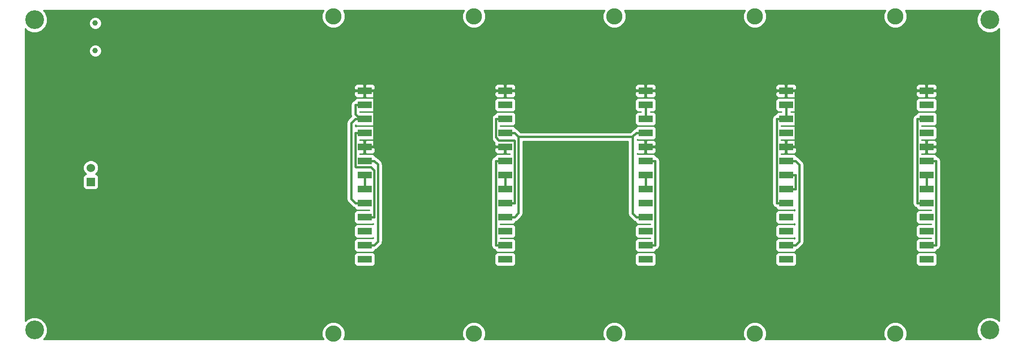
<source format=gbl>
G04 (created by PCBNEW-RS274X (2011-07-19)-testing) date Fri 17 Feb 2012 12:28:35 PM PST*
G01*
G70*
G90*
%MOIN*%
G04 Gerber Fmt 3.4, Leading zero omitted, Abs format*
%FSLAX34Y34*%
G04 APERTURE LIST*
%ADD10C,0.006000*%
%ADD11R,0.100000X0.050000*%
%ADD12C,0.116000*%
%ADD13C,0.039000*%
%ADD14R,0.060000X0.060000*%
%ADD15C,0.060000*%
%ADD16C,0.133900*%
%ADD17C,0.015000*%
%ADD18C,0.010000*%
G04 APERTURE END LIST*
G54D10*
G54D11*
X89500Y-34404D03*
X89500Y-35404D03*
X89500Y-36404D03*
X89500Y-37404D03*
X89500Y-38404D03*
X89500Y-39404D03*
X89500Y-40404D03*
X89500Y-41404D03*
X89500Y-42404D03*
X89500Y-43404D03*
X89500Y-44404D03*
X89500Y-45404D03*
X89500Y-46404D03*
G54D12*
X87280Y-29104D03*
X87280Y-51704D03*
G54D11*
X79500Y-34404D03*
X79500Y-35404D03*
X79500Y-36404D03*
X79500Y-37404D03*
X79500Y-38404D03*
X79500Y-39404D03*
X79500Y-40404D03*
X79500Y-41404D03*
X79500Y-42404D03*
X79500Y-43404D03*
X79500Y-44404D03*
X79500Y-45404D03*
X79500Y-46404D03*
G54D12*
X77280Y-29104D03*
X77280Y-51704D03*
G54D11*
X69500Y-34404D03*
X69500Y-35404D03*
X69500Y-36404D03*
X69500Y-37404D03*
X69500Y-38404D03*
X69500Y-39404D03*
X69500Y-40404D03*
X69500Y-41404D03*
X69500Y-42404D03*
X69500Y-43404D03*
X69500Y-44404D03*
X69500Y-45404D03*
X69500Y-46404D03*
G54D12*
X67280Y-29104D03*
X67280Y-51704D03*
G54D11*
X59500Y-34404D03*
X59500Y-35404D03*
X59500Y-36404D03*
X59500Y-37404D03*
X59500Y-38404D03*
X59500Y-39404D03*
X59500Y-40404D03*
X59500Y-41404D03*
X59500Y-42404D03*
X59500Y-43404D03*
X59500Y-44404D03*
X59500Y-45404D03*
X59500Y-46404D03*
G54D12*
X57280Y-29104D03*
X57280Y-51704D03*
G54D11*
X49500Y-34404D03*
X49500Y-35404D03*
X49500Y-36404D03*
X49500Y-37404D03*
X49500Y-38404D03*
X49500Y-39404D03*
X49500Y-40404D03*
X49500Y-41404D03*
X49500Y-42404D03*
X49500Y-43404D03*
X49500Y-44404D03*
X49500Y-45404D03*
X49500Y-46404D03*
G54D12*
X47280Y-29104D03*
X47280Y-51704D03*
G54D13*
X30315Y-31555D03*
X30315Y-29587D03*
G54D14*
X30000Y-40900D03*
G54D15*
X30000Y-39900D03*
G54D16*
X26000Y-29350D03*
X26000Y-51450D03*
X94000Y-51450D03*
X94000Y-29350D03*
G54D17*
X49500Y-45404D02*
X50178Y-45404D01*
X49500Y-39404D02*
X50178Y-39404D01*
X50431Y-45151D02*
X50178Y-45404D01*
X50431Y-39657D02*
X50431Y-45151D01*
X50178Y-39404D02*
X50431Y-39657D01*
X58822Y-45404D02*
X58822Y-39404D01*
X59500Y-45404D02*
X58822Y-45404D01*
X59500Y-39404D02*
X58822Y-39404D01*
X70178Y-45404D02*
X70178Y-39404D01*
X69500Y-45404D02*
X70178Y-45404D01*
X69500Y-39404D02*
X70178Y-39404D01*
X80438Y-39664D02*
X80178Y-39404D01*
X80438Y-45144D02*
X80438Y-39664D01*
X80178Y-45404D02*
X80438Y-45144D01*
X79500Y-45404D02*
X80178Y-45404D01*
X79500Y-39404D02*
X80178Y-39404D01*
X90178Y-45404D02*
X90178Y-39404D01*
X89500Y-45404D02*
X90178Y-45404D01*
X89500Y-39404D02*
X90178Y-39404D01*
X48822Y-39803D02*
X48822Y-37404D01*
X48865Y-39846D02*
X48822Y-39803D01*
X49944Y-39846D02*
X48865Y-39846D01*
X50178Y-40080D02*
X49944Y-39846D01*
X50178Y-43404D02*
X50178Y-40080D01*
X49500Y-37404D02*
X48822Y-37404D01*
X49500Y-43404D02*
X50178Y-43404D01*
X59500Y-43404D02*
X60178Y-43404D01*
X59500Y-37404D02*
X60178Y-37404D01*
X69500Y-37404D02*
X68822Y-37404D01*
X69500Y-43404D02*
X68822Y-43404D01*
X68568Y-43150D02*
X68568Y-37693D01*
X68822Y-43404D02*
X68568Y-43150D01*
X68568Y-37658D02*
X68822Y-37404D01*
X68568Y-37693D02*
X68568Y-37658D01*
X68568Y-37693D02*
X60454Y-37693D01*
X60454Y-43128D02*
X60454Y-37693D01*
X60178Y-43404D02*
X60454Y-43128D01*
X60454Y-37680D02*
X60178Y-37404D01*
X60454Y-37693D02*
X60454Y-37680D01*
X48527Y-36699D02*
X48822Y-36404D01*
X48527Y-42109D02*
X48527Y-36699D01*
X48822Y-42404D02*
X48527Y-42109D01*
X49500Y-36404D02*
X49161Y-36404D01*
X49161Y-36404D02*
X48822Y-36404D01*
X48822Y-36065D02*
X48822Y-35404D01*
X49161Y-36404D02*
X48822Y-36065D01*
X49500Y-35404D02*
X48822Y-35404D01*
X60178Y-37990D02*
X60178Y-42404D01*
X60135Y-37947D02*
X60178Y-37990D01*
X59041Y-37947D02*
X60135Y-37947D01*
X58822Y-37728D02*
X59041Y-37947D01*
X58822Y-36404D02*
X58822Y-37728D01*
X59500Y-36404D02*
X58822Y-36404D01*
X59500Y-42404D02*
X60178Y-42404D01*
X79500Y-36404D02*
X79500Y-35404D01*
X79500Y-42404D02*
X78822Y-42404D01*
X79500Y-36404D02*
X78822Y-36404D01*
X69500Y-36404D02*
X69500Y-35404D01*
X78822Y-36404D02*
X78822Y-42404D01*
X49500Y-42404D02*
X48822Y-42404D01*
X88822Y-42404D02*
X88822Y-36404D01*
X89500Y-42404D02*
X88822Y-42404D01*
X89500Y-36404D02*
X88822Y-36404D01*
X69500Y-38404D02*
X70178Y-38404D01*
X69500Y-34404D02*
X70178Y-34404D01*
X80178Y-34404D02*
X80178Y-38404D01*
X79500Y-34404D02*
X80178Y-34404D01*
X79500Y-38404D02*
X80178Y-38404D01*
X80178Y-34404D02*
X89500Y-34404D01*
X59500Y-34404D02*
X58822Y-34404D01*
X59500Y-38404D02*
X58822Y-38404D01*
X79500Y-34404D02*
X78822Y-34404D01*
X78569Y-34657D02*
X78822Y-34404D01*
X70431Y-34657D02*
X78569Y-34657D01*
X70431Y-38151D02*
X70431Y-34657D01*
X70178Y-38404D02*
X70431Y-38151D01*
X70431Y-34657D02*
X70178Y-34404D01*
X49500Y-34404D02*
X50178Y-34404D01*
X49500Y-38404D02*
X50178Y-38404D01*
X58552Y-37919D02*
X50178Y-37919D01*
X50178Y-34404D02*
X50178Y-37919D01*
X50178Y-37919D02*
X50178Y-38404D01*
X58552Y-34674D02*
X58552Y-37919D01*
X58822Y-34404D02*
X58552Y-34674D01*
X58552Y-38134D02*
X58822Y-38404D01*
X58552Y-37919D02*
X58552Y-38134D01*
X59500Y-41404D02*
X59500Y-40404D01*
X80178Y-41404D02*
X80178Y-40404D01*
X79500Y-41404D02*
X80178Y-41404D01*
X79500Y-40404D02*
X80178Y-40404D01*
X69500Y-41404D02*
X69500Y-40404D01*
X49500Y-41404D02*
X49500Y-40404D01*
X89500Y-41404D02*
X89500Y-40404D01*
G54D10*
G36*
X94675Y-50825D02*
X94521Y-50671D01*
X94184Y-50531D01*
X93818Y-50531D01*
X93480Y-50671D01*
X93221Y-50929D01*
X93081Y-51266D01*
X93081Y-51632D01*
X93221Y-51970D01*
X93375Y-52125D01*
X90503Y-52125D01*
X90503Y-45404D01*
X90503Y-39404D01*
X90478Y-39280D01*
X90408Y-39174D01*
X90302Y-39104D01*
X90250Y-39093D01*
X90250Y-38516D01*
X90250Y-38292D01*
X90250Y-34516D01*
X90250Y-34292D01*
X90249Y-34203D01*
X90249Y-34104D01*
X90211Y-34013D01*
X90141Y-33943D01*
X90049Y-33905D01*
X89612Y-33904D01*
X89550Y-33966D01*
X89550Y-34354D01*
X90188Y-34354D01*
X90250Y-34292D01*
X90250Y-34516D01*
X90188Y-34454D01*
X89550Y-34454D01*
X89550Y-34842D01*
X89612Y-34904D01*
X90049Y-34903D01*
X90141Y-34865D01*
X90211Y-34795D01*
X90249Y-34704D01*
X90249Y-34605D01*
X90250Y-34516D01*
X90250Y-38292D01*
X90249Y-38203D01*
X90249Y-38104D01*
X90211Y-38013D01*
X90141Y-37943D01*
X90049Y-37905D01*
X89612Y-37904D01*
X89550Y-37966D01*
X89550Y-38354D01*
X90188Y-38354D01*
X90250Y-38292D01*
X90250Y-38516D01*
X90188Y-38454D01*
X89550Y-38454D01*
X89550Y-38842D01*
X89612Y-38904D01*
X90049Y-38903D01*
X90141Y-38865D01*
X90211Y-38795D01*
X90249Y-38704D01*
X90249Y-38605D01*
X90250Y-38516D01*
X90250Y-39093D01*
X90243Y-39092D01*
X90211Y-39013D01*
X90141Y-38943D01*
X90050Y-38905D01*
X89951Y-38905D01*
X89147Y-38905D01*
X89147Y-38903D01*
X89388Y-38904D01*
X89450Y-38842D01*
X89450Y-38504D01*
X89450Y-38454D01*
X89450Y-38354D01*
X89450Y-38304D01*
X89450Y-37966D01*
X89388Y-37904D01*
X89147Y-37904D01*
X89147Y-37903D01*
X90049Y-37903D01*
X90141Y-37865D01*
X90211Y-37795D01*
X90249Y-37704D01*
X90249Y-37605D01*
X90249Y-37105D01*
X90211Y-37013D01*
X90141Y-36943D01*
X90050Y-36905D01*
X89951Y-36905D01*
X89147Y-36905D01*
X89147Y-36903D01*
X90049Y-36903D01*
X90141Y-36865D01*
X90211Y-36795D01*
X90249Y-36704D01*
X90249Y-36605D01*
X90249Y-36105D01*
X90249Y-35704D01*
X90249Y-35605D01*
X90249Y-35105D01*
X90211Y-35013D01*
X90141Y-34943D01*
X90050Y-34905D01*
X89951Y-34905D01*
X89450Y-34905D01*
X89450Y-34842D01*
X89450Y-34454D01*
X89450Y-34354D01*
X89450Y-33966D01*
X89388Y-33904D01*
X88951Y-33905D01*
X88859Y-33943D01*
X88789Y-34013D01*
X88751Y-34104D01*
X88751Y-34203D01*
X88750Y-34292D01*
X88812Y-34354D01*
X89450Y-34354D01*
X89450Y-34454D01*
X88812Y-34454D01*
X88750Y-34516D01*
X88751Y-34605D01*
X88751Y-34704D01*
X88789Y-34795D01*
X88859Y-34865D01*
X88951Y-34903D01*
X89388Y-34904D01*
X89450Y-34842D01*
X89450Y-34905D01*
X88951Y-34905D01*
X88859Y-34943D01*
X88789Y-35013D01*
X88751Y-35104D01*
X88751Y-35203D01*
X88751Y-35703D01*
X88789Y-35795D01*
X88859Y-35865D01*
X88950Y-35903D01*
X89049Y-35903D01*
X90049Y-35903D01*
X90141Y-35865D01*
X90211Y-35795D01*
X90249Y-35704D01*
X90249Y-36105D01*
X90211Y-36013D01*
X90141Y-35943D01*
X90050Y-35905D01*
X89951Y-35905D01*
X88951Y-35905D01*
X88859Y-35943D01*
X88789Y-36013D01*
X88755Y-36092D01*
X88698Y-36104D01*
X88592Y-36174D01*
X88522Y-36280D01*
X88497Y-36404D01*
X88497Y-42404D01*
X88522Y-42528D01*
X88592Y-42634D01*
X88698Y-42704D01*
X88756Y-42715D01*
X88789Y-42795D01*
X88859Y-42865D01*
X88950Y-42903D01*
X89049Y-42903D01*
X89853Y-42903D01*
X89853Y-42905D01*
X88951Y-42905D01*
X88859Y-42943D01*
X88789Y-43013D01*
X88751Y-43104D01*
X88751Y-43203D01*
X88751Y-43703D01*
X88789Y-43795D01*
X88859Y-43865D01*
X88950Y-43903D01*
X89049Y-43903D01*
X89853Y-43903D01*
X89853Y-43905D01*
X88951Y-43905D01*
X88859Y-43943D01*
X88789Y-44013D01*
X88751Y-44104D01*
X88751Y-44203D01*
X88751Y-44703D01*
X88789Y-44795D01*
X88859Y-44865D01*
X88950Y-44903D01*
X89049Y-44903D01*
X89853Y-44903D01*
X89853Y-44905D01*
X88951Y-44905D01*
X88859Y-44943D01*
X88789Y-45013D01*
X88751Y-45104D01*
X88751Y-45203D01*
X88751Y-45703D01*
X88789Y-45795D01*
X88859Y-45865D01*
X88950Y-45903D01*
X89049Y-45903D01*
X90049Y-45903D01*
X90141Y-45865D01*
X90211Y-45795D01*
X90244Y-45715D01*
X90302Y-45704D01*
X90408Y-45634D01*
X90478Y-45528D01*
X90503Y-45404D01*
X90503Y-52125D01*
X90249Y-52125D01*
X90249Y-46704D01*
X90249Y-46605D01*
X90249Y-46105D01*
X90211Y-46013D01*
X90141Y-45943D01*
X90050Y-45905D01*
X89951Y-45905D01*
X88951Y-45905D01*
X88859Y-45943D01*
X88789Y-46013D01*
X88751Y-46104D01*
X88751Y-46203D01*
X88751Y-46703D01*
X88789Y-46795D01*
X88859Y-46865D01*
X88950Y-46903D01*
X89049Y-46903D01*
X90049Y-46903D01*
X90141Y-46865D01*
X90211Y-46795D01*
X90249Y-46704D01*
X90249Y-52125D01*
X88003Y-52125D01*
X88110Y-51870D01*
X88110Y-51540D01*
X87984Y-51235D01*
X87751Y-51001D01*
X87446Y-50874D01*
X87116Y-50874D01*
X86811Y-51000D01*
X86577Y-51233D01*
X86450Y-51538D01*
X86450Y-51868D01*
X86556Y-52125D01*
X80763Y-52125D01*
X80763Y-45144D01*
X80763Y-39664D01*
X80738Y-39540D01*
X80737Y-39539D01*
X80668Y-39434D01*
X80665Y-39432D01*
X80408Y-39174D01*
X80302Y-39104D01*
X80250Y-39093D01*
X80250Y-38516D01*
X80250Y-38292D01*
X80250Y-34516D01*
X80250Y-34292D01*
X80249Y-34203D01*
X80249Y-34104D01*
X80211Y-34013D01*
X80141Y-33943D01*
X80049Y-33905D01*
X79612Y-33904D01*
X79550Y-33966D01*
X79550Y-34354D01*
X80188Y-34354D01*
X80250Y-34292D01*
X80250Y-34516D01*
X80188Y-34454D01*
X79550Y-34454D01*
X79550Y-34842D01*
X79612Y-34904D01*
X80049Y-34903D01*
X80141Y-34865D01*
X80211Y-34795D01*
X80249Y-34704D01*
X80249Y-34605D01*
X80250Y-34516D01*
X80250Y-38292D01*
X80249Y-38203D01*
X80249Y-38104D01*
X80211Y-38013D01*
X80141Y-37943D01*
X80049Y-37905D01*
X79612Y-37904D01*
X79550Y-37966D01*
X79550Y-38354D01*
X80188Y-38354D01*
X80250Y-38292D01*
X80250Y-38516D01*
X80188Y-38454D01*
X79550Y-38454D01*
X79550Y-38842D01*
X79612Y-38904D01*
X80049Y-38903D01*
X80141Y-38865D01*
X80211Y-38795D01*
X80249Y-38704D01*
X80249Y-38605D01*
X80250Y-38516D01*
X80250Y-39093D01*
X80243Y-39092D01*
X80211Y-39013D01*
X80141Y-38943D01*
X80050Y-38905D01*
X79951Y-38905D01*
X79147Y-38905D01*
X79147Y-38903D01*
X79388Y-38904D01*
X79450Y-38842D01*
X79450Y-38504D01*
X79450Y-38454D01*
X79450Y-38354D01*
X79450Y-38304D01*
X79450Y-37966D01*
X79388Y-37904D01*
X79147Y-37904D01*
X79147Y-37903D01*
X80049Y-37903D01*
X80141Y-37865D01*
X80211Y-37795D01*
X80249Y-37704D01*
X80249Y-37605D01*
X80249Y-37105D01*
X80211Y-37013D01*
X80141Y-36943D01*
X80050Y-36905D01*
X79951Y-36905D01*
X79147Y-36905D01*
X79147Y-36903D01*
X80049Y-36903D01*
X80141Y-36865D01*
X80211Y-36795D01*
X80249Y-36704D01*
X80249Y-36605D01*
X80249Y-36105D01*
X80211Y-36013D01*
X80141Y-35943D01*
X80050Y-35905D01*
X79951Y-35905D01*
X79825Y-35905D01*
X79825Y-35903D01*
X80049Y-35903D01*
X80141Y-35865D01*
X80211Y-35795D01*
X80249Y-35704D01*
X80249Y-35605D01*
X80249Y-35105D01*
X80211Y-35013D01*
X80141Y-34943D01*
X80050Y-34905D01*
X79951Y-34905D01*
X79450Y-34905D01*
X79450Y-34842D01*
X79450Y-34454D01*
X79450Y-34354D01*
X79450Y-33966D01*
X79388Y-33904D01*
X78951Y-33905D01*
X78859Y-33943D01*
X78789Y-34013D01*
X78751Y-34104D01*
X78751Y-34203D01*
X78750Y-34292D01*
X78812Y-34354D01*
X79450Y-34354D01*
X79450Y-34454D01*
X78812Y-34454D01*
X78750Y-34516D01*
X78751Y-34605D01*
X78751Y-34704D01*
X78789Y-34795D01*
X78859Y-34865D01*
X78951Y-34903D01*
X79388Y-34904D01*
X79450Y-34842D01*
X79450Y-34905D01*
X78951Y-34905D01*
X78859Y-34943D01*
X78789Y-35013D01*
X78751Y-35104D01*
X78751Y-35203D01*
X78751Y-35703D01*
X78789Y-35795D01*
X78859Y-35865D01*
X78950Y-35903D01*
X79049Y-35903D01*
X79175Y-35903D01*
X79175Y-35905D01*
X78951Y-35905D01*
X78859Y-35943D01*
X78789Y-36013D01*
X78755Y-36092D01*
X78698Y-36104D01*
X78592Y-36174D01*
X78522Y-36280D01*
X78497Y-36404D01*
X78497Y-42404D01*
X78522Y-42528D01*
X78592Y-42634D01*
X78698Y-42704D01*
X78756Y-42715D01*
X78789Y-42795D01*
X78859Y-42865D01*
X78950Y-42903D01*
X79049Y-42903D01*
X80049Y-42903D01*
X80113Y-42876D01*
X80113Y-42931D01*
X80050Y-42905D01*
X79951Y-42905D01*
X78951Y-42905D01*
X78859Y-42943D01*
X78789Y-43013D01*
X78751Y-43104D01*
X78751Y-43203D01*
X78751Y-43703D01*
X78789Y-43795D01*
X78859Y-43865D01*
X78950Y-43903D01*
X79049Y-43903D01*
X80049Y-43903D01*
X80113Y-43876D01*
X80113Y-43931D01*
X80050Y-43905D01*
X79951Y-43905D01*
X78951Y-43905D01*
X78859Y-43943D01*
X78789Y-44013D01*
X78751Y-44104D01*
X78751Y-44203D01*
X78751Y-44703D01*
X78789Y-44795D01*
X78859Y-44865D01*
X78950Y-44903D01*
X79049Y-44903D01*
X80049Y-44903D01*
X80113Y-44876D01*
X80113Y-44931D01*
X80050Y-44905D01*
X79951Y-44905D01*
X78951Y-44905D01*
X78859Y-44943D01*
X78789Y-45013D01*
X78751Y-45104D01*
X78751Y-45203D01*
X78751Y-45703D01*
X78789Y-45795D01*
X78859Y-45865D01*
X78950Y-45903D01*
X79049Y-45903D01*
X80049Y-45903D01*
X80141Y-45865D01*
X80211Y-45795D01*
X80244Y-45715D01*
X80302Y-45704D01*
X80408Y-45634D01*
X80665Y-45375D01*
X80667Y-45374D01*
X80668Y-45374D01*
X80737Y-45269D01*
X80738Y-45268D01*
X80763Y-45144D01*
X80763Y-52125D01*
X80249Y-52125D01*
X80249Y-46704D01*
X80249Y-46605D01*
X80249Y-46105D01*
X80211Y-46013D01*
X80141Y-45943D01*
X80050Y-45905D01*
X79951Y-45905D01*
X78951Y-45905D01*
X78859Y-45943D01*
X78789Y-46013D01*
X78751Y-46104D01*
X78751Y-46203D01*
X78751Y-46703D01*
X78789Y-46795D01*
X78859Y-46865D01*
X78950Y-46903D01*
X79049Y-46903D01*
X80049Y-46903D01*
X80141Y-46865D01*
X80211Y-46795D01*
X80249Y-46704D01*
X80249Y-52125D01*
X78003Y-52125D01*
X78110Y-51870D01*
X78110Y-51540D01*
X77984Y-51235D01*
X77751Y-51001D01*
X77446Y-50874D01*
X77116Y-50874D01*
X76811Y-51000D01*
X76577Y-51233D01*
X76450Y-51538D01*
X76450Y-51868D01*
X76556Y-52125D01*
X70503Y-52125D01*
X70503Y-45404D01*
X70503Y-39404D01*
X70478Y-39280D01*
X70408Y-39174D01*
X70302Y-39104D01*
X70250Y-39093D01*
X70250Y-38516D01*
X70250Y-38292D01*
X70250Y-34516D01*
X70250Y-34292D01*
X70249Y-34203D01*
X70249Y-34104D01*
X70211Y-34013D01*
X70141Y-33943D01*
X70049Y-33905D01*
X69612Y-33904D01*
X69550Y-33966D01*
X69550Y-34354D01*
X70188Y-34354D01*
X70250Y-34292D01*
X70250Y-34516D01*
X70188Y-34454D01*
X69550Y-34454D01*
X69550Y-34842D01*
X69612Y-34904D01*
X70049Y-34903D01*
X70141Y-34865D01*
X70211Y-34795D01*
X70249Y-34704D01*
X70249Y-34605D01*
X70250Y-34516D01*
X70250Y-38292D01*
X70249Y-38203D01*
X70249Y-38104D01*
X70211Y-38013D01*
X70141Y-37943D01*
X70049Y-37905D01*
X69612Y-37904D01*
X69550Y-37966D01*
X69550Y-38354D01*
X70188Y-38354D01*
X70250Y-38292D01*
X70250Y-38516D01*
X70188Y-38454D01*
X69550Y-38454D01*
X69550Y-38842D01*
X69612Y-38904D01*
X70049Y-38903D01*
X70141Y-38865D01*
X70211Y-38795D01*
X70249Y-38704D01*
X70249Y-38605D01*
X70250Y-38516D01*
X70250Y-39093D01*
X70243Y-39092D01*
X70211Y-39013D01*
X70141Y-38943D01*
X70050Y-38905D01*
X69951Y-38905D01*
X68951Y-38905D01*
X68893Y-38928D01*
X68893Y-38879D01*
X68951Y-38903D01*
X69388Y-38904D01*
X69450Y-38842D01*
X69450Y-38504D01*
X69450Y-38454D01*
X69450Y-38354D01*
X69450Y-38304D01*
X69450Y-37966D01*
X69388Y-37904D01*
X68951Y-37905D01*
X68893Y-37928D01*
X68893Y-37879D01*
X68950Y-37903D01*
X69049Y-37903D01*
X70049Y-37903D01*
X70141Y-37865D01*
X70211Y-37795D01*
X70249Y-37704D01*
X70249Y-37605D01*
X70249Y-37105D01*
X70249Y-36704D01*
X70249Y-36605D01*
X70249Y-36105D01*
X70211Y-36013D01*
X70141Y-35943D01*
X70050Y-35905D01*
X69951Y-35905D01*
X69825Y-35905D01*
X69825Y-35903D01*
X70049Y-35903D01*
X70141Y-35865D01*
X70211Y-35795D01*
X70249Y-35704D01*
X70249Y-35605D01*
X70249Y-35105D01*
X70211Y-35013D01*
X70141Y-34943D01*
X70050Y-34905D01*
X69951Y-34905D01*
X69450Y-34905D01*
X69450Y-34842D01*
X69450Y-34454D01*
X69450Y-34354D01*
X69450Y-33966D01*
X69388Y-33904D01*
X68951Y-33905D01*
X68859Y-33943D01*
X68789Y-34013D01*
X68751Y-34104D01*
X68751Y-34203D01*
X68750Y-34292D01*
X68812Y-34354D01*
X69450Y-34354D01*
X69450Y-34454D01*
X68812Y-34454D01*
X68750Y-34516D01*
X68751Y-34605D01*
X68751Y-34704D01*
X68789Y-34795D01*
X68859Y-34865D01*
X68951Y-34903D01*
X69388Y-34904D01*
X69450Y-34842D01*
X69450Y-34905D01*
X68951Y-34905D01*
X68859Y-34943D01*
X68789Y-35013D01*
X68751Y-35104D01*
X68751Y-35203D01*
X68751Y-35703D01*
X68789Y-35795D01*
X68859Y-35865D01*
X68950Y-35903D01*
X69049Y-35903D01*
X69175Y-35903D01*
X69175Y-35905D01*
X68951Y-35905D01*
X68859Y-35943D01*
X68789Y-36013D01*
X68751Y-36104D01*
X68751Y-36203D01*
X68751Y-36703D01*
X68789Y-36795D01*
X68859Y-36865D01*
X68950Y-36903D01*
X69049Y-36903D01*
X70049Y-36903D01*
X70141Y-36865D01*
X70211Y-36795D01*
X70249Y-36704D01*
X70249Y-37105D01*
X70211Y-37013D01*
X70141Y-36943D01*
X70050Y-36905D01*
X69951Y-36905D01*
X68951Y-36905D01*
X68859Y-36943D01*
X68789Y-37013D01*
X68755Y-37092D01*
X68697Y-37104D01*
X68592Y-37174D01*
X68398Y-37368D01*
X60602Y-37368D01*
X60408Y-37174D01*
X60302Y-37104D01*
X60250Y-37093D01*
X60250Y-34516D01*
X60250Y-34292D01*
X60249Y-34203D01*
X60249Y-34104D01*
X60211Y-34013D01*
X60141Y-33943D01*
X60049Y-33905D01*
X59612Y-33904D01*
X59550Y-33966D01*
X59550Y-34354D01*
X60188Y-34354D01*
X60250Y-34292D01*
X60250Y-34516D01*
X60188Y-34454D01*
X59550Y-34454D01*
X59550Y-34842D01*
X59612Y-34904D01*
X60049Y-34903D01*
X60141Y-34865D01*
X60211Y-34795D01*
X60249Y-34704D01*
X60249Y-34605D01*
X60250Y-34516D01*
X60250Y-37093D01*
X60243Y-37092D01*
X60211Y-37013D01*
X60141Y-36943D01*
X60050Y-36905D01*
X59951Y-36905D01*
X59147Y-36905D01*
X59147Y-36903D01*
X60049Y-36903D01*
X60141Y-36865D01*
X60211Y-36795D01*
X60249Y-36704D01*
X60249Y-36605D01*
X60249Y-36105D01*
X60249Y-35704D01*
X60249Y-35605D01*
X60249Y-35105D01*
X60211Y-35013D01*
X60141Y-34943D01*
X60050Y-34905D01*
X59951Y-34905D01*
X59450Y-34905D01*
X59450Y-34842D01*
X59450Y-34454D01*
X59450Y-34354D01*
X59450Y-33966D01*
X59388Y-33904D01*
X58951Y-33905D01*
X58859Y-33943D01*
X58789Y-34013D01*
X58751Y-34104D01*
X58751Y-34203D01*
X58750Y-34292D01*
X58812Y-34354D01*
X59450Y-34354D01*
X59450Y-34454D01*
X58812Y-34454D01*
X58750Y-34516D01*
X58751Y-34605D01*
X58751Y-34704D01*
X58789Y-34795D01*
X58859Y-34865D01*
X58951Y-34903D01*
X59388Y-34904D01*
X59450Y-34842D01*
X59450Y-34905D01*
X58951Y-34905D01*
X58859Y-34943D01*
X58789Y-35013D01*
X58751Y-35104D01*
X58751Y-35203D01*
X58751Y-35703D01*
X58789Y-35795D01*
X58859Y-35865D01*
X58950Y-35903D01*
X59049Y-35903D01*
X60049Y-35903D01*
X60141Y-35865D01*
X60211Y-35795D01*
X60249Y-35704D01*
X60249Y-36105D01*
X60211Y-36013D01*
X60141Y-35943D01*
X60050Y-35905D01*
X59951Y-35905D01*
X58951Y-35905D01*
X58859Y-35943D01*
X58789Y-36013D01*
X58755Y-36092D01*
X58698Y-36104D01*
X58592Y-36174D01*
X58522Y-36280D01*
X58497Y-36404D01*
X58497Y-37728D01*
X58522Y-37852D01*
X58592Y-37958D01*
X58751Y-38116D01*
X58751Y-38203D01*
X58750Y-38292D01*
X58812Y-38354D01*
X59400Y-38354D01*
X59450Y-38354D01*
X59550Y-38354D01*
X59550Y-38454D01*
X59550Y-38504D01*
X59550Y-38842D01*
X59612Y-38904D01*
X59853Y-38903D01*
X59853Y-38905D01*
X59450Y-38905D01*
X59450Y-38842D01*
X59450Y-38454D01*
X58812Y-38454D01*
X58750Y-38516D01*
X58751Y-38605D01*
X58751Y-38704D01*
X58789Y-38795D01*
X58859Y-38865D01*
X58951Y-38903D01*
X59388Y-38904D01*
X59450Y-38842D01*
X59450Y-38905D01*
X58951Y-38905D01*
X58859Y-38943D01*
X58789Y-39013D01*
X58755Y-39092D01*
X58698Y-39104D01*
X58592Y-39174D01*
X58522Y-39280D01*
X58497Y-39404D01*
X58497Y-45404D01*
X58522Y-45528D01*
X58592Y-45634D01*
X58698Y-45704D01*
X58756Y-45715D01*
X58789Y-45795D01*
X58859Y-45865D01*
X58950Y-45903D01*
X59049Y-45903D01*
X60049Y-45903D01*
X60141Y-45865D01*
X60211Y-45795D01*
X60249Y-45704D01*
X60249Y-45605D01*
X60249Y-45105D01*
X60211Y-45013D01*
X60141Y-44943D01*
X60050Y-44905D01*
X59951Y-44905D01*
X59147Y-44905D01*
X59147Y-44903D01*
X60049Y-44903D01*
X60141Y-44865D01*
X60211Y-44795D01*
X60249Y-44704D01*
X60249Y-44605D01*
X60249Y-44105D01*
X60211Y-44013D01*
X60141Y-43943D01*
X60050Y-43905D01*
X59951Y-43905D01*
X59147Y-43905D01*
X59147Y-43903D01*
X60049Y-43903D01*
X60141Y-43865D01*
X60211Y-43795D01*
X60244Y-43715D01*
X60302Y-43704D01*
X60408Y-43634D01*
X60684Y-43358D01*
X60754Y-43253D01*
X60754Y-43252D01*
X60779Y-43128D01*
X60779Y-38018D01*
X68243Y-38018D01*
X68243Y-43150D01*
X68268Y-43274D01*
X68338Y-43380D01*
X68592Y-43634D01*
X68697Y-43704D01*
X68698Y-43704D01*
X68756Y-43715D01*
X68789Y-43795D01*
X68859Y-43865D01*
X68950Y-43903D01*
X69049Y-43903D01*
X69853Y-43903D01*
X69853Y-43905D01*
X68951Y-43905D01*
X68859Y-43943D01*
X68789Y-44013D01*
X68751Y-44104D01*
X68751Y-44203D01*
X68751Y-44703D01*
X68789Y-44795D01*
X68859Y-44865D01*
X68950Y-44903D01*
X69049Y-44903D01*
X69853Y-44903D01*
X69853Y-44905D01*
X68951Y-44905D01*
X68859Y-44943D01*
X68789Y-45013D01*
X68751Y-45104D01*
X68751Y-45203D01*
X68751Y-45703D01*
X68789Y-45795D01*
X68859Y-45865D01*
X68950Y-45903D01*
X69049Y-45903D01*
X70049Y-45903D01*
X70141Y-45865D01*
X70211Y-45795D01*
X70244Y-45715D01*
X70302Y-45704D01*
X70408Y-45634D01*
X70478Y-45528D01*
X70503Y-45404D01*
X70503Y-52125D01*
X70249Y-52125D01*
X70249Y-46704D01*
X70249Y-46605D01*
X70249Y-46105D01*
X70211Y-46013D01*
X70141Y-45943D01*
X70050Y-45905D01*
X69951Y-45905D01*
X68951Y-45905D01*
X68859Y-45943D01*
X68789Y-46013D01*
X68751Y-46104D01*
X68751Y-46203D01*
X68751Y-46703D01*
X68789Y-46795D01*
X68859Y-46865D01*
X68950Y-46903D01*
X69049Y-46903D01*
X70049Y-46903D01*
X70141Y-46865D01*
X70211Y-46795D01*
X70249Y-46704D01*
X70249Y-52125D01*
X68003Y-52125D01*
X68110Y-51870D01*
X68110Y-51540D01*
X67984Y-51235D01*
X67751Y-51001D01*
X67446Y-50874D01*
X67116Y-50874D01*
X66811Y-51000D01*
X66577Y-51233D01*
X66450Y-51538D01*
X66450Y-51868D01*
X66556Y-52125D01*
X60249Y-52125D01*
X60249Y-46704D01*
X60249Y-46605D01*
X60249Y-46105D01*
X60211Y-46013D01*
X60141Y-45943D01*
X60050Y-45905D01*
X59951Y-45905D01*
X58951Y-45905D01*
X58859Y-45943D01*
X58789Y-46013D01*
X58751Y-46104D01*
X58751Y-46203D01*
X58751Y-46703D01*
X58789Y-46795D01*
X58859Y-46865D01*
X58950Y-46903D01*
X59049Y-46903D01*
X60049Y-46903D01*
X60141Y-46865D01*
X60211Y-46795D01*
X60249Y-46704D01*
X60249Y-52125D01*
X58003Y-52125D01*
X58110Y-51870D01*
X58110Y-51540D01*
X57984Y-51235D01*
X57751Y-51001D01*
X57446Y-50874D01*
X57116Y-50874D01*
X56811Y-51000D01*
X56577Y-51233D01*
X56450Y-51538D01*
X56450Y-51868D01*
X56556Y-52125D01*
X50756Y-52125D01*
X50756Y-45152D01*
X50755Y-45151D01*
X50756Y-45151D01*
X50756Y-39657D01*
X50755Y-39656D01*
X50756Y-39656D01*
X50750Y-39631D01*
X50731Y-39533D01*
X50730Y-39532D01*
X50661Y-39427D01*
X50658Y-39425D01*
X50408Y-39174D01*
X50302Y-39104D01*
X50250Y-39093D01*
X50250Y-38516D01*
X50250Y-38292D01*
X50250Y-34516D01*
X50250Y-34292D01*
X50249Y-34203D01*
X50249Y-34104D01*
X50211Y-34013D01*
X50141Y-33943D01*
X50049Y-33905D01*
X49612Y-33904D01*
X49550Y-33966D01*
X49550Y-34354D01*
X50188Y-34354D01*
X50250Y-34292D01*
X50250Y-34516D01*
X50188Y-34454D01*
X49550Y-34454D01*
X49550Y-34842D01*
X49612Y-34904D01*
X50049Y-34903D01*
X50141Y-34865D01*
X50211Y-34795D01*
X50249Y-34704D01*
X50249Y-34605D01*
X50250Y-34516D01*
X50250Y-38292D01*
X50249Y-38203D01*
X50249Y-38104D01*
X50211Y-38013D01*
X50141Y-37943D01*
X50049Y-37905D01*
X49612Y-37904D01*
X49550Y-37966D01*
X49550Y-38354D01*
X50188Y-38354D01*
X50250Y-38292D01*
X50250Y-38516D01*
X50188Y-38454D01*
X49550Y-38454D01*
X49550Y-38842D01*
X49612Y-38904D01*
X50049Y-38903D01*
X50141Y-38865D01*
X50211Y-38795D01*
X50249Y-38704D01*
X50249Y-38605D01*
X50250Y-38516D01*
X50250Y-39093D01*
X50243Y-39092D01*
X50211Y-39013D01*
X50141Y-38943D01*
X50050Y-38905D01*
X49951Y-38905D01*
X49147Y-38905D01*
X49147Y-38903D01*
X49388Y-38904D01*
X49450Y-38842D01*
X49450Y-38504D01*
X49450Y-38454D01*
X49450Y-38354D01*
X49450Y-38304D01*
X49450Y-37966D01*
X49388Y-37904D01*
X49147Y-37904D01*
X49147Y-37903D01*
X50049Y-37903D01*
X50141Y-37865D01*
X50211Y-37795D01*
X50249Y-37704D01*
X50249Y-37605D01*
X50249Y-37105D01*
X50211Y-37013D01*
X50141Y-36943D01*
X50050Y-36905D01*
X49951Y-36905D01*
X48951Y-36905D01*
X48859Y-36943D01*
X48852Y-36950D01*
X48852Y-36858D01*
X48859Y-36865D01*
X48950Y-36903D01*
X49049Y-36903D01*
X50049Y-36903D01*
X50141Y-36865D01*
X50211Y-36795D01*
X50249Y-36704D01*
X50249Y-36605D01*
X50249Y-36105D01*
X50211Y-36013D01*
X50141Y-35943D01*
X50050Y-35905D01*
X49951Y-35905D01*
X49147Y-35905D01*
X49147Y-35903D01*
X50049Y-35903D01*
X50141Y-35865D01*
X50211Y-35795D01*
X50249Y-35704D01*
X50249Y-35605D01*
X50249Y-35105D01*
X50211Y-35013D01*
X50141Y-34943D01*
X50050Y-34905D01*
X49951Y-34905D01*
X49450Y-34905D01*
X49450Y-34842D01*
X49450Y-34454D01*
X49450Y-34354D01*
X49450Y-33966D01*
X49388Y-33904D01*
X48951Y-33905D01*
X48859Y-33943D01*
X48789Y-34013D01*
X48751Y-34104D01*
X48751Y-34203D01*
X48750Y-34292D01*
X48812Y-34354D01*
X49450Y-34354D01*
X49450Y-34454D01*
X48812Y-34454D01*
X48750Y-34516D01*
X48751Y-34605D01*
X48751Y-34704D01*
X48789Y-34795D01*
X48859Y-34865D01*
X48951Y-34903D01*
X49388Y-34904D01*
X49450Y-34842D01*
X49450Y-34905D01*
X48951Y-34905D01*
X48859Y-34943D01*
X48789Y-35013D01*
X48755Y-35092D01*
X48698Y-35104D01*
X48592Y-35174D01*
X48522Y-35280D01*
X48497Y-35404D01*
X48497Y-36065D01*
X48522Y-36189D01*
X48543Y-36222D01*
X48297Y-36469D01*
X48227Y-36575D01*
X48202Y-36699D01*
X48202Y-42109D01*
X48227Y-42233D01*
X48297Y-42339D01*
X48592Y-42634D01*
X48697Y-42704D01*
X48698Y-42704D01*
X48756Y-42715D01*
X48789Y-42795D01*
X48859Y-42865D01*
X48950Y-42903D01*
X49049Y-42903D01*
X49853Y-42903D01*
X49853Y-42905D01*
X48951Y-42905D01*
X48859Y-42943D01*
X48789Y-43013D01*
X48751Y-43104D01*
X48751Y-43203D01*
X48751Y-43703D01*
X48789Y-43795D01*
X48859Y-43865D01*
X48950Y-43903D01*
X49049Y-43903D01*
X50049Y-43903D01*
X50106Y-43879D01*
X50106Y-43928D01*
X50050Y-43905D01*
X49951Y-43905D01*
X48951Y-43905D01*
X48859Y-43943D01*
X48789Y-44013D01*
X48751Y-44104D01*
X48751Y-44203D01*
X48751Y-44703D01*
X48789Y-44795D01*
X48859Y-44865D01*
X48950Y-44903D01*
X49049Y-44903D01*
X50049Y-44903D01*
X50106Y-44879D01*
X50106Y-44928D01*
X50050Y-44905D01*
X49951Y-44905D01*
X48951Y-44905D01*
X48859Y-44943D01*
X48789Y-45013D01*
X48751Y-45104D01*
X48751Y-45203D01*
X48751Y-45703D01*
X48789Y-45795D01*
X48859Y-45865D01*
X48950Y-45903D01*
X49049Y-45903D01*
X50049Y-45903D01*
X50141Y-45865D01*
X50211Y-45795D01*
X50244Y-45715D01*
X50302Y-45704D01*
X50408Y-45634D01*
X50658Y-45382D01*
X50660Y-45381D01*
X50661Y-45381D01*
X50730Y-45276D01*
X50731Y-45275D01*
X50750Y-45177D01*
X50756Y-45152D01*
X50756Y-52125D01*
X50249Y-52125D01*
X50249Y-46704D01*
X50249Y-46605D01*
X50249Y-46105D01*
X50211Y-46013D01*
X50141Y-45943D01*
X50050Y-45905D01*
X49951Y-45905D01*
X48951Y-45905D01*
X48859Y-45943D01*
X48789Y-46013D01*
X48751Y-46104D01*
X48751Y-46203D01*
X48751Y-46703D01*
X48789Y-46795D01*
X48859Y-46865D01*
X48950Y-46903D01*
X49049Y-46903D01*
X50049Y-46903D01*
X50141Y-46865D01*
X50211Y-46795D01*
X50249Y-46704D01*
X50249Y-52125D01*
X48003Y-52125D01*
X48110Y-51870D01*
X48110Y-51540D01*
X47984Y-51235D01*
X47751Y-51001D01*
X47446Y-50874D01*
X47116Y-50874D01*
X46811Y-51000D01*
X46577Y-51233D01*
X46450Y-51538D01*
X46450Y-51868D01*
X46556Y-52125D01*
X30759Y-52125D01*
X30759Y-31644D01*
X30759Y-31467D01*
X30759Y-29676D01*
X30759Y-29499D01*
X30692Y-29336D01*
X30567Y-29211D01*
X30404Y-29143D01*
X30227Y-29143D01*
X30064Y-29210D01*
X29939Y-29335D01*
X29871Y-29498D01*
X29871Y-29675D01*
X29938Y-29838D01*
X30063Y-29963D01*
X30226Y-30031D01*
X30403Y-30031D01*
X30566Y-29964D01*
X30691Y-29839D01*
X30759Y-29676D01*
X30759Y-31467D01*
X30692Y-31304D01*
X30567Y-31179D01*
X30404Y-31111D01*
X30227Y-31111D01*
X30064Y-31178D01*
X29939Y-31303D01*
X29871Y-31466D01*
X29871Y-31643D01*
X29938Y-31806D01*
X30063Y-31931D01*
X30226Y-31999D01*
X30403Y-31999D01*
X30566Y-31932D01*
X30691Y-31807D01*
X30759Y-31644D01*
X30759Y-52125D01*
X30549Y-52125D01*
X30549Y-41250D01*
X30549Y-41151D01*
X30549Y-40551D01*
X30511Y-40459D01*
X30441Y-40389D01*
X30350Y-40351D01*
X30325Y-40351D01*
X30465Y-40211D01*
X30549Y-40009D01*
X30549Y-39791D01*
X30465Y-39589D01*
X30311Y-39435D01*
X30109Y-39351D01*
X29891Y-39351D01*
X29689Y-39435D01*
X29535Y-39589D01*
X29451Y-39791D01*
X29451Y-40009D01*
X29535Y-40211D01*
X29675Y-40351D01*
X29651Y-40351D01*
X29559Y-40389D01*
X29489Y-40459D01*
X29451Y-40550D01*
X29451Y-40649D01*
X29451Y-41249D01*
X29489Y-41341D01*
X29559Y-41411D01*
X29650Y-41449D01*
X29749Y-41449D01*
X30349Y-41449D01*
X30441Y-41411D01*
X30511Y-41341D01*
X30549Y-41250D01*
X30549Y-52125D01*
X26624Y-52125D01*
X26779Y-51971D01*
X26919Y-51634D01*
X26919Y-51268D01*
X26779Y-50930D01*
X26521Y-50671D01*
X26184Y-50531D01*
X25818Y-50531D01*
X25480Y-50671D01*
X25325Y-50825D01*
X25325Y-29974D01*
X25479Y-30129D01*
X25816Y-30269D01*
X26182Y-30269D01*
X26520Y-30129D01*
X26779Y-29871D01*
X26919Y-29534D01*
X26919Y-29168D01*
X26779Y-28830D01*
X26624Y-28675D01*
X46559Y-28675D01*
X46450Y-28938D01*
X46450Y-29268D01*
X46576Y-29573D01*
X46809Y-29807D01*
X47114Y-29934D01*
X47444Y-29934D01*
X47749Y-29808D01*
X47983Y-29575D01*
X48110Y-29270D01*
X48110Y-28940D01*
X48000Y-28675D01*
X56559Y-28675D01*
X56450Y-28938D01*
X56450Y-29268D01*
X56576Y-29573D01*
X56809Y-29807D01*
X57114Y-29934D01*
X57444Y-29934D01*
X57749Y-29808D01*
X57983Y-29575D01*
X58110Y-29270D01*
X58110Y-28940D01*
X58000Y-28675D01*
X66559Y-28675D01*
X66450Y-28938D01*
X66450Y-29268D01*
X66576Y-29573D01*
X66809Y-29807D01*
X67114Y-29934D01*
X67444Y-29934D01*
X67749Y-29808D01*
X67983Y-29575D01*
X68110Y-29270D01*
X68110Y-28940D01*
X68000Y-28675D01*
X76559Y-28675D01*
X76450Y-28938D01*
X76450Y-29268D01*
X76576Y-29573D01*
X76809Y-29807D01*
X77114Y-29934D01*
X77444Y-29934D01*
X77749Y-29808D01*
X77983Y-29575D01*
X78110Y-29270D01*
X78110Y-28940D01*
X78000Y-28675D01*
X86559Y-28675D01*
X86450Y-28938D01*
X86450Y-29268D01*
X86576Y-29573D01*
X86809Y-29807D01*
X87114Y-29934D01*
X87444Y-29934D01*
X87749Y-29808D01*
X87983Y-29575D01*
X88110Y-29270D01*
X88110Y-28940D01*
X88000Y-28675D01*
X93375Y-28675D01*
X93221Y-28829D01*
X93081Y-29166D01*
X93081Y-29532D01*
X93221Y-29870D01*
X93479Y-30129D01*
X93816Y-30269D01*
X94182Y-30269D01*
X94520Y-30129D01*
X94675Y-29974D01*
X94675Y-50825D01*
X94675Y-50825D01*
G37*
G54D18*
X94675Y-50825D02*
X94521Y-50671D01*
X94184Y-50531D01*
X93818Y-50531D01*
X93480Y-50671D01*
X93221Y-50929D01*
X93081Y-51266D01*
X93081Y-51632D01*
X93221Y-51970D01*
X93375Y-52125D01*
X90503Y-52125D01*
X90503Y-45404D01*
X90503Y-39404D01*
X90478Y-39280D01*
X90408Y-39174D01*
X90302Y-39104D01*
X90250Y-39093D01*
X90250Y-38516D01*
X90250Y-38292D01*
X90250Y-34516D01*
X90250Y-34292D01*
X90249Y-34203D01*
X90249Y-34104D01*
X90211Y-34013D01*
X90141Y-33943D01*
X90049Y-33905D01*
X89612Y-33904D01*
X89550Y-33966D01*
X89550Y-34354D01*
X90188Y-34354D01*
X90250Y-34292D01*
X90250Y-34516D01*
X90188Y-34454D01*
X89550Y-34454D01*
X89550Y-34842D01*
X89612Y-34904D01*
X90049Y-34903D01*
X90141Y-34865D01*
X90211Y-34795D01*
X90249Y-34704D01*
X90249Y-34605D01*
X90250Y-34516D01*
X90250Y-38292D01*
X90249Y-38203D01*
X90249Y-38104D01*
X90211Y-38013D01*
X90141Y-37943D01*
X90049Y-37905D01*
X89612Y-37904D01*
X89550Y-37966D01*
X89550Y-38354D01*
X90188Y-38354D01*
X90250Y-38292D01*
X90250Y-38516D01*
X90188Y-38454D01*
X89550Y-38454D01*
X89550Y-38842D01*
X89612Y-38904D01*
X90049Y-38903D01*
X90141Y-38865D01*
X90211Y-38795D01*
X90249Y-38704D01*
X90249Y-38605D01*
X90250Y-38516D01*
X90250Y-39093D01*
X90243Y-39092D01*
X90211Y-39013D01*
X90141Y-38943D01*
X90050Y-38905D01*
X89951Y-38905D01*
X89147Y-38905D01*
X89147Y-38903D01*
X89388Y-38904D01*
X89450Y-38842D01*
X89450Y-38504D01*
X89450Y-38454D01*
X89450Y-38354D01*
X89450Y-38304D01*
X89450Y-37966D01*
X89388Y-37904D01*
X89147Y-37904D01*
X89147Y-37903D01*
X90049Y-37903D01*
X90141Y-37865D01*
X90211Y-37795D01*
X90249Y-37704D01*
X90249Y-37605D01*
X90249Y-37105D01*
X90211Y-37013D01*
X90141Y-36943D01*
X90050Y-36905D01*
X89951Y-36905D01*
X89147Y-36905D01*
X89147Y-36903D01*
X90049Y-36903D01*
X90141Y-36865D01*
X90211Y-36795D01*
X90249Y-36704D01*
X90249Y-36605D01*
X90249Y-36105D01*
X90249Y-35704D01*
X90249Y-35605D01*
X90249Y-35105D01*
X90211Y-35013D01*
X90141Y-34943D01*
X90050Y-34905D01*
X89951Y-34905D01*
X89450Y-34905D01*
X89450Y-34842D01*
X89450Y-34454D01*
X89450Y-34354D01*
X89450Y-33966D01*
X89388Y-33904D01*
X88951Y-33905D01*
X88859Y-33943D01*
X88789Y-34013D01*
X88751Y-34104D01*
X88751Y-34203D01*
X88750Y-34292D01*
X88812Y-34354D01*
X89450Y-34354D01*
X89450Y-34454D01*
X88812Y-34454D01*
X88750Y-34516D01*
X88751Y-34605D01*
X88751Y-34704D01*
X88789Y-34795D01*
X88859Y-34865D01*
X88951Y-34903D01*
X89388Y-34904D01*
X89450Y-34842D01*
X89450Y-34905D01*
X88951Y-34905D01*
X88859Y-34943D01*
X88789Y-35013D01*
X88751Y-35104D01*
X88751Y-35203D01*
X88751Y-35703D01*
X88789Y-35795D01*
X88859Y-35865D01*
X88950Y-35903D01*
X89049Y-35903D01*
X90049Y-35903D01*
X90141Y-35865D01*
X90211Y-35795D01*
X90249Y-35704D01*
X90249Y-36105D01*
X90211Y-36013D01*
X90141Y-35943D01*
X90050Y-35905D01*
X89951Y-35905D01*
X88951Y-35905D01*
X88859Y-35943D01*
X88789Y-36013D01*
X88755Y-36092D01*
X88698Y-36104D01*
X88592Y-36174D01*
X88522Y-36280D01*
X88497Y-36404D01*
X88497Y-42404D01*
X88522Y-42528D01*
X88592Y-42634D01*
X88698Y-42704D01*
X88756Y-42715D01*
X88789Y-42795D01*
X88859Y-42865D01*
X88950Y-42903D01*
X89049Y-42903D01*
X89853Y-42903D01*
X89853Y-42905D01*
X88951Y-42905D01*
X88859Y-42943D01*
X88789Y-43013D01*
X88751Y-43104D01*
X88751Y-43203D01*
X88751Y-43703D01*
X88789Y-43795D01*
X88859Y-43865D01*
X88950Y-43903D01*
X89049Y-43903D01*
X89853Y-43903D01*
X89853Y-43905D01*
X88951Y-43905D01*
X88859Y-43943D01*
X88789Y-44013D01*
X88751Y-44104D01*
X88751Y-44203D01*
X88751Y-44703D01*
X88789Y-44795D01*
X88859Y-44865D01*
X88950Y-44903D01*
X89049Y-44903D01*
X89853Y-44903D01*
X89853Y-44905D01*
X88951Y-44905D01*
X88859Y-44943D01*
X88789Y-45013D01*
X88751Y-45104D01*
X88751Y-45203D01*
X88751Y-45703D01*
X88789Y-45795D01*
X88859Y-45865D01*
X88950Y-45903D01*
X89049Y-45903D01*
X90049Y-45903D01*
X90141Y-45865D01*
X90211Y-45795D01*
X90244Y-45715D01*
X90302Y-45704D01*
X90408Y-45634D01*
X90478Y-45528D01*
X90503Y-45404D01*
X90503Y-52125D01*
X90249Y-52125D01*
X90249Y-46704D01*
X90249Y-46605D01*
X90249Y-46105D01*
X90211Y-46013D01*
X90141Y-45943D01*
X90050Y-45905D01*
X89951Y-45905D01*
X88951Y-45905D01*
X88859Y-45943D01*
X88789Y-46013D01*
X88751Y-46104D01*
X88751Y-46203D01*
X88751Y-46703D01*
X88789Y-46795D01*
X88859Y-46865D01*
X88950Y-46903D01*
X89049Y-46903D01*
X90049Y-46903D01*
X90141Y-46865D01*
X90211Y-46795D01*
X90249Y-46704D01*
X90249Y-52125D01*
X88003Y-52125D01*
X88110Y-51870D01*
X88110Y-51540D01*
X87984Y-51235D01*
X87751Y-51001D01*
X87446Y-50874D01*
X87116Y-50874D01*
X86811Y-51000D01*
X86577Y-51233D01*
X86450Y-51538D01*
X86450Y-51868D01*
X86556Y-52125D01*
X80763Y-52125D01*
X80763Y-45144D01*
X80763Y-39664D01*
X80738Y-39540D01*
X80737Y-39539D01*
X80668Y-39434D01*
X80665Y-39432D01*
X80408Y-39174D01*
X80302Y-39104D01*
X80250Y-39093D01*
X80250Y-38516D01*
X80250Y-38292D01*
X80250Y-34516D01*
X80250Y-34292D01*
X80249Y-34203D01*
X80249Y-34104D01*
X80211Y-34013D01*
X80141Y-33943D01*
X80049Y-33905D01*
X79612Y-33904D01*
X79550Y-33966D01*
X79550Y-34354D01*
X80188Y-34354D01*
X80250Y-34292D01*
X80250Y-34516D01*
X80188Y-34454D01*
X79550Y-34454D01*
X79550Y-34842D01*
X79612Y-34904D01*
X80049Y-34903D01*
X80141Y-34865D01*
X80211Y-34795D01*
X80249Y-34704D01*
X80249Y-34605D01*
X80250Y-34516D01*
X80250Y-38292D01*
X80249Y-38203D01*
X80249Y-38104D01*
X80211Y-38013D01*
X80141Y-37943D01*
X80049Y-37905D01*
X79612Y-37904D01*
X79550Y-37966D01*
X79550Y-38354D01*
X80188Y-38354D01*
X80250Y-38292D01*
X80250Y-38516D01*
X80188Y-38454D01*
X79550Y-38454D01*
X79550Y-38842D01*
X79612Y-38904D01*
X80049Y-38903D01*
X80141Y-38865D01*
X80211Y-38795D01*
X80249Y-38704D01*
X80249Y-38605D01*
X80250Y-38516D01*
X80250Y-39093D01*
X80243Y-39092D01*
X80211Y-39013D01*
X80141Y-38943D01*
X80050Y-38905D01*
X79951Y-38905D01*
X79147Y-38905D01*
X79147Y-38903D01*
X79388Y-38904D01*
X79450Y-38842D01*
X79450Y-38504D01*
X79450Y-38454D01*
X79450Y-38354D01*
X79450Y-38304D01*
X79450Y-37966D01*
X79388Y-37904D01*
X79147Y-37904D01*
X79147Y-37903D01*
X80049Y-37903D01*
X80141Y-37865D01*
X80211Y-37795D01*
X80249Y-37704D01*
X80249Y-37605D01*
X80249Y-37105D01*
X80211Y-37013D01*
X80141Y-36943D01*
X80050Y-36905D01*
X79951Y-36905D01*
X79147Y-36905D01*
X79147Y-36903D01*
X80049Y-36903D01*
X80141Y-36865D01*
X80211Y-36795D01*
X80249Y-36704D01*
X80249Y-36605D01*
X80249Y-36105D01*
X80211Y-36013D01*
X80141Y-35943D01*
X80050Y-35905D01*
X79951Y-35905D01*
X79825Y-35905D01*
X79825Y-35903D01*
X80049Y-35903D01*
X80141Y-35865D01*
X80211Y-35795D01*
X80249Y-35704D01*
X80249Y-35605D01*
X80249Y-35105D01*
X80211Y-35013D01*
X80141Y-34943D01*
X80050Y-34905D01*
X79951Y-34905D01*
X79450Y-34905D01*
X79450Y-34842D01*
X79450Y-34454D01*
X79450Y-34354D01*
X79450Y-33966D01*
X79388Y-33904D01*
X78951Y-33905D01*
X78859Y-33943D01*
X78789Y-34013D01*
X78751Y-34104D01*
X78751Y-34203D01*
X78750Y-34292D01*
X78812Y-34354D01*
X79450Y-34354D01*
X79450Y-34454D01*
X78812Y-34454D01*
X78750Y-34516D01*
X78751Y-34605D01*
X78751Y-34704D01*
X78789Y-34795D01*
X78859Y-34865D01*
X78951Y-34903D01*
X79388Y-34904D01*
X79450Y-34842D01*
X79450Y-34905D01*
X78951Y-34905D01*
X78859Y-34943D01*
X78789Y-35013D01*
X78751Y-35104D01*
X78751Y-35203D01*
X78751Y-35703D01*
X78789Y-35795D01*
X78859Y-35865D01*
X78950Y-35903D01*
X79049Y-35903D01*
X79175Y-35903D01*
X79175Y-35905D01*
X78951Y-35905D01*
X78859Y-35943D01*
X78789Y-36013D01*
X78755Y-36092D01*
X78698Y-36104D01*
X78592Y-36174D01*
X78522Y-36280D01*
X78497Y-36404D01*
X78497Y-42404D01*
X78522Y-42528D01*
X78592Y-42634D01*
X78698Y-42704D01*
X78756Y-42715D01*
X78789Y-42795D01*
X78859Y-42865D01*
X78950Y-42903D01*
X79049Y-42903D01*
X80049Y-42903D01*
X80113Y-42876D01*
X80113Y-42931D01*
X80050Y-42905D01*
X79951Y-42905D01*
X78951Y-42905D01*
X78859Y-42943D01*
X78789Y-43013D01*
X78751Y-43104D01*
X78751Y-43203D01*
X78751Y-43703D01*
X78789Y-43795D01*
X78859Y-43865D01*
X78950Y-43903D01*
X79049Y-43903D01*
X80049Y-43903D01*
X80113Y-43876D01*
X80113Y-43931D01*
X80050Y-43905D01*
X79951Y-43905D01*
X78951Y-43905D01*
X78859Y-43943D01*
X78789Y-44013D01*
X78751Y-44104D01*
X78751Y-44203D01*
X78751Y-44703D01*
X78789Y-44795D01*
X78859Y-44865D01*
X78950Y-44903D01*
X79049Y-44903D01*
X80049Y-44903D01*
X80113Y-44876D01*
X80113Y-44931D01*
X80050Y-44905D01*
X79951Y-44905D01*
X78951Y-44905D01*
X78859Y-44943D01*
X78789Y-45013D01*
X78751Y-45104D01*
X78751Y-45203D01*
X78751Y-45703D01*
X78789Y-45795D01*
X78859Y-45865D01*
X78950Y-45903D01*
X79049Y-45903D01*
X80049Y-45903D01*
X80141Y-45865D01*
X80211Y-45795D01*
X80244Y-45715D01*
X80302Y-45704D01*
X80408Y-45634D01*
X80665Y-45375D01*
X80667Y-45374D01*
X80668Y-45374D01*
X80737Y-45269D01*
X80738Y-45268D01*
X80763Y-45144D01*
X80763Y-52125D01*
X80249Y-52125D01*
X80249Y-46704D01*
X80249Y-46605D01*
X80249Y-46105D01*
X80211Y-46013D01*
X80141Y-45943D01*
X80050Y-45905D01*
X79951Y-45905D01*
X78951Y-45905D01*
X78859Y-45943D01*
X78789Y-46013D01*
X78751Y-46104D01*
X78751Y-46203D01*
X78751Y-46703D01*
X78789Y-46795D01*
X78859Y-46865D01*
X78950Y-46903D01*
X79049Y-46903D01*
X80049Y-46903D01*
X80141Y-46865D01*
X80211Y-46795D01*
X80249Y-46704D01*
X80249Y-52125D01*
X78003Y-52125D01*
X78110Y-51870D01*
X78110Y-51540D01*
X77984Y-51235D01*
X77751Y-51001D01*
X77446Y-50874D01*
X77116Y-50874D01*
X76811Y-51000D01*
X76577Y-51233D01*
X76450Y-51538D01*
X76450Y-51868D01*
X76556Y-52125D01*
X70503Y-52125D01*
X70503Y-45404D01*
X70503Y-39404D01*
X70478Y-39280D01*
X70408Y-39174D01*
X70302Y-39104D01*
X70250Y-39093D01*
X70250Y-38516D01*
X70250Y-38292D01*
X70250Y-34516D01*
X70250Y-34292D01*
X70249Y-34203D01*
X70249Y-34104D01*
X70211Y-34013D01*
X70141Y-33943D01*
X70049Y-33905D01*
X69612Y-33904D01*
X69550Y-33966D01*
X69550Y-34354D01*
X70188Y-34354D01*
X70250Y-34292D01*
X70250Y-34516D01*
X70188Y-34454D01*
X69550Y-34454D01*
X69550Y-34842D01*
X69612Y-34904D01*
X70049Y-34903D01*
X70141Y-34865D01*
X70211Y-34795D01*
X70249Y-34704D01*
X70249Y-34605D01*
X70250Y-34516D01*
X70250Y-38292D01*
X70249Y-38203D01*
X70249Y-38104D01*
X70211Y-38013D01*
X70141Y-37943D01*
X70049Y-37905D01*
X69612Y-37904D01*
X69550Y-37966D01*
X69550Y-38354D01*
X70188Y-38354D01*
X70250Y-38292D01*
X70250Y-38516D01*
X70188Y-38454D01*
X69550Y-38454D01*
X69550Y-38842D01*
X69612Y-38904D01*
X70049Y-38903D01*
X70141Y-38865D01*
X70211Y-38795D01*
X70249Y-38704D01*
X70249Y-38605D01*
X70250Y-38516D01*
X70250Y-39093D01*
X70243Y-39092D01*
X70211Y-39013D01*
X70141Y-38943D01*
X70050Y-38905D01*
X69951Y-38905D01*
X68951Y-38905D01*
X68893Y-38928D01*
X68893Y-38879D01*
X68951Y-38903D01*
X69388Y-38904D01*
X69450Y-38842D01*
X69450Y-38504D01*
X69450Y-38454D01*
X69450Y-38354D01*
X69450Y-38304D01*
X69450Y-37966D01*
X69388Y-37904D01*
X68951Y-37905D01*
X68893Y-37928D01*
X68893Y-37879D01*
X68950Y-37903D01*
X69049Y-37903D01*
X70049Y-37903D01*
X70141Y-37865D01*
X70211Y-37795D01*
X70249Y-37704D01*
X70249Y-37605D01*
X70249Y-37105D01*
X70249Y-36704D01*
X70249Y-36605D01*
X70249Y-36105D01*
X70211Y-36013D01*
X70141Y-35943D01*
X70050Y-35905D01*
X69951Y-35905D01*
X69825Y-35905D01*
X69825Y-35903D01*
X70049Y-35903D01*
X70141Y-35865D01*
X70211Y-35795D01*
X70249Y-35704D01*
X70249Y-35605D01*
X70249Y-35105D01*
X70211Y-35013D01*
X70141Y-34943D01*
X70050Y-34905D01*
X69951Y-34905D01*
X69450Y-34905D01*
X69450Y-34842D01*
X69450Y-34454D01*
X69450Y-34354D01*
X69450Y-33966D01*
X69388Y-33904D01*
X68951Y-33905D01*
X68859Y-33943D01*
X68789Y-34013D01*
X68751Y-34104D01*
X68751Y-34203D01*
X68750Y-34292D01*
X68812Y-34354D01*
X69450Y-34354D01*
X69450Y-34454D01*
X68812Y-34454D01*
X68750Y-34516D01*
X68751Y-34605D01*
X68751Y-34704D01*
X68789Y-34795D01*
X68859Y-34865D01*
X68951Y-34903D01*
X69388Y-34904D01*
X69450Y-34842D01*
X69450Y-34905D01*
X68951Y-34905D01*
X68859Y-34943D01*
X68789Y-35013D01*
X68751Y-35104D01*
X68751Y-35203D01*
X68751Y-35703D01*
X68789Y-35795D01*
X68859Y-35865D01*
X68950Y-35903D01*
X69049Y-35903D01*
X69175Y-35903D01*
X69175Y-35905D01*
X68951Y-35905D01*
X68859Y-35943D01*
X68789Y-36013D01*
X68751Y-36104D01*
X68751Y-36203D01*
X68751Y-36703D01*
X68789Y-36795D01*
X68859Y-36865D01*
X68950Y-36903D01*
X69049Y-36903D01*
X70049Y-36903D01*
X70141Y-36865D01*
X70211Y-36795D01*
X70249Y-36704D01*
X70249Y-37105D01*
X70211Y-37013D01*
X70141Y-36943D01*
X70050Y-36905D01*
X69951Y-36905D01*
X68951Y-36905D01*
X68859Y-36943D01*
X68789Y-37013D01*
X68755Y-37092D01*
X68697Y-37104D01*
X68592Y-37174D01*
X68398Y-37368D01*
X60602Y-37368D01*
X60408Y-37174D01*
X60302Y-37104D01*
X60250Y-37093D01*
X60250Y-34516D01*
X60250Y-34292D01*
X60249Y-34203D01*
X60249Y-34104D01*
X60211Y-34013D01*
X60141Y-33943D01*
X60049Y-33905D01*
X59612Y-33904D01*
X59550Y-33966D01*
X59550Y-34354D01*
X60188Y-34354D01*
X60250Y-34292D01*
X60250Y-34516D01*
X60188Y-34454D01*
X59550Y-34454D01*
X59550Y-34842D01*
X59612Y-34904D01*
X60049Y-34903D01*
X60141Y-34865D01*
X60211Y-34795D01*
X60249Y-34704D01*
X60249Y-34605D01*
X60250Y-34516D01*
X60250Y-37093D01*
X60243Y-37092D01*
X60211Y-37013D01*
X60141Y-36943D01*
X60050Y-36905D01*
X59951Y-36905D01*
X59147Y-36905D01*
X59147Y-36903D01*
X60049Y-36903D01*
X60141Y-36865D01*
X60211Y-36795D01*
X60249Y-36704D01*
X60249Y-36605D01*
X60249Y-36105D01*
X60249Y-35704D01*
X60249Y-35605D01*
X60249Y-35105D01*
X60211Y-35013D01*
X60141Y-34943D01*
X60050Y-34905D01*
X59951Y-34905D01*
X59450Y-34905D01*
X59450Y-34842D01*
X59450Y-34454D01*
X59450Y-34354D01*
X59450Y-33966D01*
X59388Y-33904D01*
X58951Y-33905D01*
X58859Y-33943D01*
X58789Y-34013D01*
X58751Y-34104D01*
X58751Y-34203D01*
X58750Y-34292D01*
X58812Y-34354D01*
X59450Y-34354D01*
X59450Y-34454D01*
X58812Y-34454D01*
X58750Y-34516D01*
X58751Y-34605D01*
X58751Y-34704D01*
X58789Y-34795D01*
X58859Y-34865D01*
X58951Y-34903D01*
X59388Y-34904D01*
X59450Y-34842D01*
X59450Y-34905D01*
X58951Y-34905D01*
X58859Y-34943D01*
X58789Y-35013D01*
X58751Y-35104D01*
X58751Y-35203D01*
X58751Y-35703D01*
X58789Y-35795D01*
X58859Y-35865D01*
X58950Y-35903D01*
X59049Y-35903D01*
X60049Y-35903D01*
X60141Y-35865D01*
X60211Y-35795D01*
X60249Y-35704D01*
X60249Y-36105D01*
X60211Y-36013D01*
X60141Y-35943D01*
X60050Y-35905D01*
X59951Y-35905D01*
X58951Y-35905D01*
X58859Y-35943D01*
X58789Y-36013D01*
X58755Y-36092D01*
X58698Y-36104D01*
X58592Y-36174D01*
X58522Y-36280D01*
X58497Y-36404D01*
X58497Y-37728D01*
X58522Y-37852D01*
X58592Y-37958D01*
X58751Y-38116D01*
X58751Y-38203D01*
X58750Y-38292D01*
X58812Y-38354D01*
X59400Y-38354D01*
X59450Y-38354D01*
X59550Y-38354D01*
X59550Y-38454D01*
X59550Y-38504D01*
X59550Y-38842D01*
X59612Y-38904D01*
X59853Y-38903D01*
X59853Y-38905D01*
X59450Y-38905D01*
X59450Y-38842D01*
X59450Y-38454D01*
X58812Y-38454D01*
X58750Y-38516D01*
X58751Y-38605D01*
X58751Y-38704D01*
X58789Y-38795D01*
X58859Y-38865D01*
X58951Y-38903D01*
X59388Y-38904D01*
X59450Y-38842D01*
X59450Y-38905D01*
X58951Y-38905D01*
X58859Y-38943D01*
X58789Y-39013D01*
X58755Y-39092D01*
X58698Y-39104D01*
X58592Y-39174D01*
X58522Y-39280D01*
X58497Y-39404D01*
X58497Y-45404D01*
X58522Y-45528D01*
X58592Y-45634D01*
X58698Y-45704D01*
X58756Y-45715D01*
X58789Y-45795D01*
X58859Y-45865D01*
X58950Y-45903D01*
X59049Y-45903D01*
X60049Y-45903D01*
X60141Y-45865D01*
X60211Y-45795D01*
X60249Y-45704D01*
X60249Y-45605D01*
X60249Y-45105D01*
X60211Y-45013D01*
X60141Y-44943D01*
X60050Y-44905D01*
X59951Y-44905D01*
X59147Y-44905D01*
X59147Y-44903D01*
X60049Y-44903D01*
X60141Y-44865D01*
X60211Y-44795D01*
X60249Y-44704D01*
X60249Y-44605D01*
X60249Y-44105D01*
X60211Y-44013D01*
X60141Y-43943D01*
X60050Y-43905D01*
X59951Y-43905D01*
X59147Y-43905D01*
X59147Y-43903D01*
X60049Y-43903D01*
X60141Y-43865D01*
X60211Y-43795D01*
X60244Y-43715D01*
X60302Y-43704D01*
X60408Y-43634D01*
X60684Y-43358D01*
X60754Y-43253D01*
X60754Y-43252D01*
X60779Y-43128D01*
X60779Y-38018D01*
X68243Y-38018D01*
X68243Y-43150D01*
X68268Y-43274D01*
X68338Y-43380D01*
X68592Y-43634D01*
X68697Y-43704D01*
X68698Y-43704D01*
X68756Y-43715D01*
X68789Y-43795D01*
X68859Y-43865D01*
X68950Y-43903D01*
X69049Y-43903D01*
X69853Y-43903D01*
X69853Y-43905D01*
X68951Y-43905D01*
X68859Y-43943D01*
X68789Y-44013D01*
X68751Y-44104D01*
X68751Y-44203D01*
X68751Y-44703D01*
X68789Y-44795D01*
X68859Y-44865D01*
X68950Y-44903D01*
X69049Y-44903D01*
X69853Y-44903D01*
X69853Y-44905D01*
X68951Y-44905D01*
X68859Y-44943D01*
X68789Y-45013D01*
X68751Y-45104D01*
X68751Y-45203D01*
X68751Y-45703D01*
X68789Y-45795D01*
X68859Y-45865D01*
X68950Y-45903D01*
X69049Y-45903D01*
X70049Y-45903D01*
X70141Y-45865D01*
X70211Y-45795D01*
X70244Y-45715D01*
X70302Y-45704D01*
X70408Y-45634D01*
X70478Y-45528D01*
X70503Y-45404D01*
X70503Y-52125D01*
X70249Y-52125D01*
X70249Y-46704D01*
X70249Y-46605D01*
X70249Y-46105D01*
X70211Y-46013D01*
X70141Y-45943D01*
X70050Y-45905D01*
X69951Y-45905D01*
X68951Y-45905D01*
X68859Y-45943D01*
X68789Y-46013D01*
X68751Y-46104D01*
X68751Y-46203D01*
X68751Y-46703D01*
X68789Y-46795D01*
X68859Y-46865D01*
X68950Y-46903D01*
X69049Y-46903D01*
X70049Y-46903D01*
X70141Y-46865D01*
X70211Y-46795D01*
X70249Y-46704D01*
X70249Y-52125D01*
X68003Y-52125D01*
X68110Y-51870D01*
X68110Y-51540D01*
X67984Y-51235D01*
X67751Y-51001D01*
X67446Y-50874D01*
X67116Y-50874D01*
X66811Y-51000D01*
X66577Y-51233D01*
X66450Y-51538D01*
X66450Y-51868D01*
X66556Y-52125D01*
X60249Y-52125D01*
X60249Y-46704D01*
X60249Y-46605D01*
X60249Y-46105D01*
X60211Y-46013D01*
X60141Y-45943D01*
X60050Y-45905D01*
X59951Y-45905D01*
X58951Y-45905D01*
X58859Y-45943D01*
X58789Y-46013D01*
X58751Y-46104D01*
X58751Y-46203D01*
X58751Y-46703D01*
X58789Y-46795D01*
X58859Y-46865D01*
X58950Y-46903D01*
X59049Y-46903D01*
X60049Y-46903D01*
X60141Y-46865D01*
X60211Y-46795D01*
X60249Y-46704D01*
X60249Y-52125D01*
X58003Y-52125D01*
X58110Y-51870D01*
X58110Y-51540D01*
X57984Y-51235D01*
X57751Y-51001D01*
X57446Y-50874D01*
X57116Y-50874D01*
X56811Y-51000D01*
X56577Y-51233D01*
X56450Y-51538D01*
X56450Y-51868D01*
X56556Y-52125D01*
X50756Y-52125D01*
X50756Y-45152D01*
X50755Y-45151D01*
X50756Y-45151D01*
X50756Y-39657D01*
X50755Y-39656D01*
X50756Y-39656D01*
X50750Y-39631D01*
X50731Y-39533D01*
X50730Y-39532D01*
X50661Y-39427D01*
X50658Y-39425D01*
X50408Y-39174D01*
X50302Y-39104D01*
X50250Y-39093D01*
X50250Y-38516D01*
X50250Y-38292D01*
X50250Y-34516D01*
X50250Y-34292D01*
X50249Y-34203D01*
X50249Y-34104D01*
X50211Y-34013D01*
X50141Y-33943D01*
X50049Y-33905D01*
X49612Y-33904D01*
X49550Y-33966D01*
X49550Y-34354D01*
X50188Y-34354D01*
X50250Y-34292D01*
X50250Y-34516D01*
X50188Y-34454D01*
X49550Y-34454D01*
X49550Y-34842D01*
X49612Y-34904D01*
X50049Y-34903D01*
X50141Y-34865D01*
X50211Y-34795D01*
X50249Y-34704D01*
X50249Y-34605D01*
X50250Y-34516D01*
X50250Y-38292D01*
X50249Y-38203D01*
X50249Y-38104D01*
X50211Y-38013D01*
X50141Y-37943D01*
X50049Y-37905D01*
X49612Y-37904D01*
X49550Y-37966D01*
X49550Y-38354D01*
X50188Y-38354D01*
X50250Y-38292D01*
X50250Y-38516D01*
X50188Y-38454D01*
X49550Y-38454D01*
X49550Y-38842D01*
X49612Y-38904D01*
X50049Y-38903D01*
X50141Y-38865D01*
X50211Y-38795D01*
X50249Y-38704D01*
X50249Y-38605D01*
X50250Y-38516D01*
X50250Y-39093D01*
X50243Y-39092D01*
X50211Y-39013D01*
X50141Y-38943D01*
X50050Y-38905D01*
X49951Y-38905D01*
X49147Y-38905D01*
X49147Y-38903D01*
X49388Y-38904D01*
X49450Y-38842D01*
X49450Y-38504D01*
X49450Y-38454D01*
X49450Y-38354D01*
X49450Y-38304D01*
X49450Y-37966D01*
X49388Y-37904D01*
X49147Y-37904D01*
X49147Y-37903D01*
X50049Y-37903D01*
X50141Y-37865D01*
X50211Y-37795D01*
X50249Y-37704D01*
X50249Y-37605D01*
X50249Y-37105D01*
X50211Y-37013D01*
X50141Y-36943D01*
X50050Y-36905D01*
X49951Y-36905D01*
X48951Y-36905D01*
X48859Y-36943D01*
X48852Y-36950D01*
X48852Y-36858D01*
X48859Y-36865D01*
X48950Y-36903D01*
X49049Y-36903D01*
X50049Y-36903D01*
X50141Y-36865D01*
X50211Y-36795D01*
X50249Y-36704D01*
X50249Y-36605D01*
X50249Y-36105D01*
X50211Y-36013D01*
X50141Y-35943D01*
X50050Y-35905D01*
X49951Y-35905D01*
X49147Y-35905D01*
X49147Y-35903D01*
X50049Y-35903D01*
X50141Y-35865D01*
X50211Y-35795D01*
X50249Y-35704D01*
X50249Y-35605D01*
X50249Y-35105D01*
X50211Y-35013D01*
X50141Y-34943D01*
X50050Y-34905D01*
X49951Y-34905D01*
X49450Y-34905D01*
X49450Y-34842D01*
X49450Y-34454D01*
X49450Y-34354D01*
X49450Y-33966D01*
X49388Y-33904D01*
X48951Y-33905D01*
X48859Y-33943D01*
X48789Y-34013D01*
X48751Y-34104D01*
X48751Y-34203D01*
X48750Y-34292D01*
X48812Y-34354D01*
X49450Y-34354D01*
X49450Y-34454D01*
X48812Y-34454D01*
X48750Y-34516D01*
X48751Y-34605D01*
X48751Y-34704D01*
X48789Y-34795D01*
X48859Y-34865D01*
X48951Y-34903D01*
X49388Y-34904D01*
X49450Y-34842D01*
X49450Y-34905D01*
X48951Y-34905D01*
X48859Y-34943D01*
X48789Y-35013D01*
X48755Y-35092D01*
X48698Y-35104D01*
X48592Y-35174D01*
X48522Y-35280D01*
X48497Y-35404D01*
X48497Y-36065D01*
X48522Y-36189D01*
X48543Y-36222D01*
X48297Y-36469D01*
X48227Y-36575D01*
X48202Y-36699D01*
X48202Y-42109D01*
X48227Y-42233D01*
X48297Y-42339D01*
X48592Y-42634D01*
X48697Y-42704D01*
X48698Y-42704D01*
X48756Y-42715D01*
X48789Y-42795D01*
X48859Y-42865D01*
X48950Y-42903D01*
X49049Y-42903D01*
X49853Y-42903D01*
X49853Y-42905D01*
X48951Y-42905D01*
X48859Y-42943D01*
X48789Y-43013D01*
X48751Y-43104D01*
X48751Y-43203D01*
X48751Y-43703D01*
X48789Y-43795D01*
X48859Y-43865D01*
X48950Y-43903D01*
X49049Y-43903D01*
X50049Y-43903D01*
X50106Y-43879D01*
X50106Y-43928D01*
X50050Y-43905D01*
X49951Y-43905D01*
X48951Y-43905D01*
X48859Y-43943D01*
X48789Y-44013D01*
X48751Y-44104D01*
X48751Y-44203D01*
X48751Y-44703D01*
X48789Y-44795D01*
X48859Y-44865D01*
X48950Y-44903D01*
X49049Y-44903D01*
X50049Y-44903D01*
X50106Y-44879D01*
X50106Y-44928D01*
X50050Y-44905D01*
X49951Y-44905D01*
X48951Y-44905D01*
X48859Y-44943D01*
X48789Y-45013D01*
X48751Y-45104D01*
X48751Y-45203D01*
X48751Y-45703D01*
X48789Y-45795D01*
X48859Y-45865D01*
X48950Y-45903D01*
X49049Y-45903D01*
X50049Y-45903D01*
X50141Y-45865D01*
X50211Y-45795D01*
X50244Y-45715D01*
X50302Y-45704D01*
X50408Y-45634D01*
X50658Y-45382D01*
X50660Y-45381D01*
X50661Y-45381D01*
X50730Y-45276D01*
X50731Y-45275D01*
X50750Y-45177D01*
X50756Y-45152D01*
X50756Y-52125D01*
X50249Y-52125D01*
X50249Y-46704D01*
X50249Y-46605D01*
X50249Y-46105D01*
X50211Y-46013D01*
X50141Y-45943D01*
X50050Y-45905D01*
X49951Y-45905D01*
X48951Y-45905D01*
X48859Y-45943D01*
X48789Y-46013D01*
X48751Y-46104D01*
X48751Y-46203D01*
X48751Y-46703D01*
X48789Y-46795D01*
X48859Y-46865D01*
X48950Y-46903D01*
X49049Y-46903D01*
X50049Y-46903D01*
X50141Y-46865D01*
X50211Y-46795D01*
X50249Y-46704D01*
X50249Y-52125D01*
X48003Y-52125D01*
X48110Y-51870D01*
X48110Y-51540D01*
X47984Y-51235D01*
X47751Y-51001D01*
X47446Y-50874D01*
X47116Y-50874D01*
X46811Y-51000D01*
X46577Y-51233D01*
X46450Y-51538D01*
X46450Y-51868D01*
X46556Y-52125D01*
X30759Y-52125D01*
X30759Y-31644D01*
X30759Y-31467D01*
X30759Y-29676D01*
X30759Y-29499D01*
X30692Y-29336D01*
X30567Y-29211D01*
X30404Y-29143D01*
X30227Y-29143D01*
X30064Y-29210D01*
X29939Y-29335D01*
X29871Y-29498D01*
X29871Y-29675D01*
X29938Y-29838D01*
X30063Y-29963D01*
X30226Y-30031D01*
X30403Y-30031D01*
X30566Y-29964D01*
X30691Y-29839D01*
X30759Y-29676D01*
X30759Y-31467D01*
X30692Y-31304D01*
X30567Y-31179D01*
X30404Y-31111D01*
X30227Y-31111D01*
X30064Y-31178D01*
X29939Y-31303D01*
X29871Y-31466D01*
X29871Y-31643D01*
X29938Y-31806D01*
X30063Y-31931D01*
X30226Y-31999D01*
X30403Y-31999D01*
X30566Y-31932D01*
X30691Y-31807D01*
X30759Y-31644D01*
X30759Y-52125D01*
X30549Y-52125D01*
X30549Y-41250D01*
X30549Y-41151D01*
X30549Y-40551D01*
X30511Y-40459D01*
X30441Y-40389D01*
X30350Y-40351D01*
X30325Y-40351D01*
X30465Y-40211D01*
X30549Y-40009D01*
X30549Y-39791D01*
X30465Y-39589D01*
X30311Y-39435D01*
X30109Y-39351D01*
X29891Y-39351D01*
X29689Y-39435D01*
X29535Y-39589D01*
X29451Y-39791D01*
X29451Y-40009D01*
X29535Y-40211D01*
X29675Y-40351D01*
X29651Y-40351D01*
X29559Y-40389D01*
X29489Y-40459D01*
X29451Y-40550D01*
X29451Y-40649D01*
X29451Y-41249D01*
X29489Y-41341D01*
X29559Y-41411D01*
X29650Y-41449D01*
X29749Y-41449D01*
X30349Y-41449D01*
X30441Y-41411D01*
X30511Y-41341D01*
X30549Y-41250D01*
X30549Y-52125D01*
X26624Y-52125D01*
X26779Y-51971D01*
X26919Y-51634D01*
X26919Y-51268D01*
X26779Y-50930D01*
X26521Y-50671D01*
X26184Y-50531D01*
X25818Y-50531D01*
X25480Y-50671D01*
X25325Y-50825D01*
X25325Y-29974D01*
X25479Y-30129D01*
X25816Y-30269D01*
X26182Y-30269D01*
X26520Y-30129D01*
X26779Y-29871D01*
X26919Y-29534D01*
X26919Y-29168D01*
X26779Y-28830D01*
X26624Y-28675D01*
X46559Y-28675D01*
X46450Y-28938D01*
X46450Y-29268D01*
X46576Y-29573D01*
X46809Y-29807D01*
X47114Y-29934D01*
X47444Y-29934D01*
X47749Y-29808D01*
X47983Y-29575D01*
X48110Y-29270D01*
X48110Y-28940D01*
X48000Y-28675D01*
X56559Y-28675D01*
X56450Y-28938D01*
X56450Y-29268D01*
X56576Y-29573D01*
X56809Y-29807D01*
X57114Y-29934D01*
X57444Y-29934D01*
X57749Y-29808D01*
X57983Y-29575D01*
X58110Y-29270D01*
X58110Y-28940D01*
X58000Y-28675D01*
X66559Y-28675D01*
X66450Y-28938D01*
X66450Y-29268D01*
X66576Y-29573D01*
X66809Y-29807D01*
X67114Y-29934D01*
X67444Y-29934D01*
X67749Y-29808D01*
X67983Y-29575D01*
X68110Y-29270D01*
X68110Y-28940D01*
X68000Y-28675D01*
X76559Y-28675D01*
X76450Y-28938D01*
X76450Y-29268D01*
X76576Y-29573D01*
X76809Y-29807D01*
X77114Y-29934D01*
X77444Y-29934D01*
X77749Y-29808D01*
X77983Y-29575D01*
X78110Y-29270D01*
X78110Y-28940D01*
X78000Y-28675D01*
X86559Y-28675D01*
X86450Y-28938D01*
X86450Y-29268D01*
X86576Y-29573D01*
X86809Y-29807D01*
X87114Y-29934D01*
X87444Y-29934D01*
X87749Y-29808D01*
X87983Y-29575D01*
X88110Y-29270D01*
X88110Y-28940D01*
X88000Y-28675D01*
X93375Y-28675D01*
X93221Y-28829D01*
X93081Y-29166D01*
X93081Y-29532D01*
X93221Y-29870D01*
X93479Y-30129D01*
X93816Y-30269D01*
X94182Y-30269D01*
X94520Y-30129D01*
X94675Y-29974D01*
X94675Y-50825D01*
M02*

</source>
